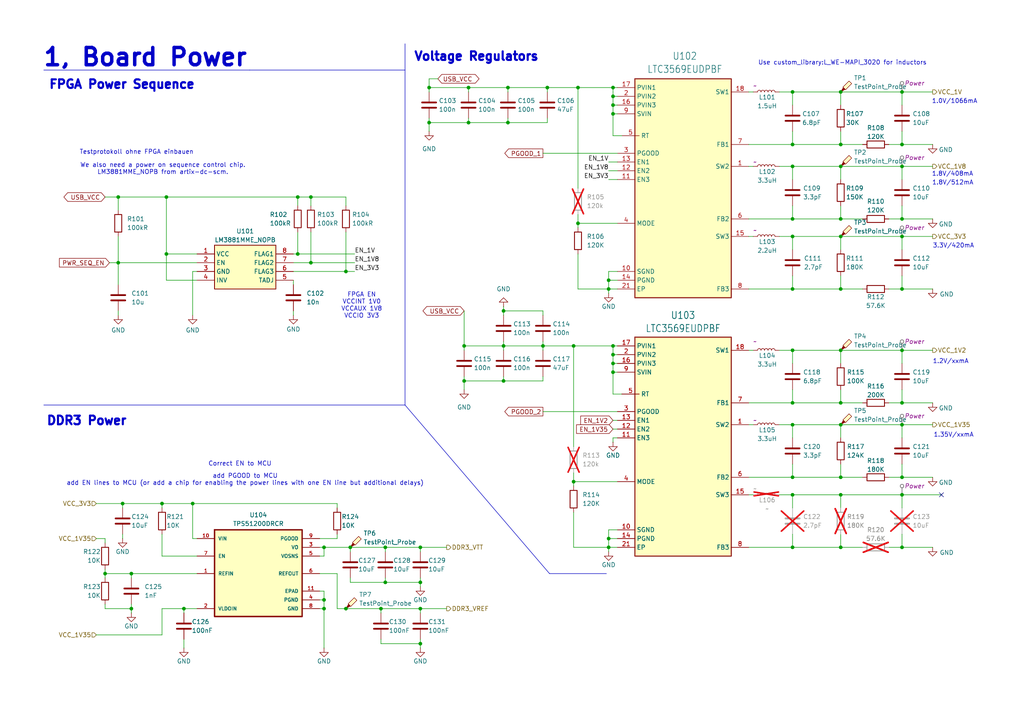
<source format=kicad_sch>
(kicad_sch (version 20250114) (generator "eeschema") (generator_version "9.0")
  (paper "A4")
  (text "We also need a power on sequence control chip.\nLM3881MME_NOPB from artix-dc-scm." (at 47.244 49.022 0) (effects (font (size 1.27 1.27))))
  (text "add PGOOD to MCU\nadd EN lines to MCU (or add a chip for enabling the power lines with one EN line but additional delays)" (at 71.12 139.192 0) (effects (font (size 1.27 1.27))))
  (text "1.35V/xxmA" (at 270.764 126.238 0) (effects (font (size 1.27 1.27)) (justify left)))
  (text "DDR3 Power" (at 25.146 122.174 0) (effects (font (size 2.5 2.5) (thickness 0.6) (bold yes))))
  (text "1.2V/xxmA" (at 270.51 104.902 0) (effects (font (size 1.27 1.27)) (justify left)))
  (text "FPGA EN\nVCCINT 1V0\nVCCAUX 1V8\nVCCIO 3V3" (at 104.902 88.646 0) (effects (font (size 1.27 1.27))))
  (text "1.8V/512mA" (at 276.352 53.086 0) (effects (font (size 1.27 1.27))))
  (text "Voltage Regulators" (at 138.176 16.51 0) (effects (font (size 2.5 2.5) (thickness 0.6) (bold yes))))
  (text "Testprotokoll ohne FPGA einbauen\n" (at 39.624 44.196 0) (effects (font (size 1.27 1.27))))
  (text "Correct EN to MCU" (at 69.596 134.62 0) (effects (font (size 1.27 1.27))))
  (text "Use custom_library:L_WE-MAPI_3020 for inductors" (at 244.348 18.288 0) (effects (font (size 1.27 1.27))))
  (text "FPGA Power Sequence " (at 36.322 24.638 0) (effects (font (size 2.5 2.5) (thickness 0.6) (bold yes))))
  (text "1, Board Power" (at 42.164 16.764 0) (effects (font (size 5 5) (thickness 1) (bold yes))))
  (text "1.8V/408mA" (at 270.256 50.546 0) (effects (font (size 1.27 1.27)) (justify left)))
  (text "1.0V/1066mA" (at 270.256 29.464 0) (effects (font (size 1.27 1.27)) (justify left)))
  (text "3.3V/420mA" (at 270.51 71.374 0) (effects (font (size 1.27 1.27)) (justify left)))
  (junction (at 147.32 35.56))
  (junction (at 229.87 83.82))
  (junction (at 261.62 116.84))
  (junction (at 177.8 33.02))
  (junction (at 229.87 143.51))
  (junction (at 229.87 26.67))
  (junction (at 243.84 158.75))
  (junction (at 35.56 146.05))
  (junction (at 135.89 25.4))
  (junction (at 167.64 64.77))
  (junction (at 261.62 63.5))
  (junction (at 229.87 116.84))
  (junction (at 261.62 26.67))
  (junction (at 229.87 138.43))
  (junction (at 111.76 158.75))
  (junction (at 229.87 158.75))
  (junction (at 53.34 176.53))
  (junction (at 229.87 41.91))
  (junction (at 177.8 30.48))
  (junction (at 124.46 25.4))
  (junction (at 30.48 166.37))
  (junction (at 176.53 81.28))
  (junction (at 243.84 83.82))
  (junction (at 243.84 138.43))
  (junction (at 176.53 83.82))
  (junction (at 261.62 101.6))
  (junction (at 243.84 116.84))
  (junction (at 261.62 83.82))
  (junction (at 261.62 138.43))
  (junction (at 121.92 176.53))
  (junction (at 100.33 78.74))
  (junction (at 46.99 146.05))
  (junction (at 86.36 57.15))
  (junction (at 110.49 176.53))
  (junction (at 101.6 158.75))
  (junction (at 243.84 41.91))
  (junction (at 90.17 76.2))
  (junction (at 261.62 123.19))
  (junction (at 34.29 76.2))
  (junction (at 124.46 35.56))
  (junction (at 176.53 158.75))
  (junction (at 134.62 110.49))
  (junction (at 177.8 25.4))
  (junction (at 261.62 68.58))
  (junction (at 55.88 146.05))
  (junction (at 229.87 68.58))
  (junction (at 229.87 48.26))
  (junction (at 93.98 158.75))
  (junction (at 100.33 176.53))
  (junction (at 147.32 25.4))
  (junction (at 93.98 173.99))
  (junction (at 243.84 68.58))
  (junction (at 146.05 90.17))
  (junction (at 146.05 100.33))
  (junction (at 176.53 156.21))
  (junction (at 167.64 25.4))
  (junction (at 261.62 143.51))
  (junction (at 48.26 57.15))
  (junction (at 177.8 102.87))
  (junction (at 177.8 105.41))
  (junction (at 261.62 41.91))
  (junction (at 48.26 73.66))
  (junction (at 177.8 100.33))
  (junction (at 38.1 166.37))
  (junction (at 243.84 143.51))
  (junction (at 121.92 158.75))
  (junction (at 121.92 168.91))
  (junction (at 157.48 100.33))
  (junction (at 177.8 27.94))
  (junction (at 177.8 107.95))
  (junction (at 121.92 186.69))
  (junction (at 93.98 176.53))
  (junction (at 146.05 110.49))
  (junction (at 111.76 168.91))
  (junction (at 243.84 63.5))
  (junction (at 166.37 139.7))
  (junction (at 158.75 25.4))
  (junction (at 135.89 35.56))
  (junction (at 86.36 73.66))
  (junction (at 38.1 176.53))
  (junction (at 243.84 48.26))
  (junction (at 261.62 158.75))
  (junction (at 243.84 101.6))
  (junction (at 166.37 100.33))
  (junction (at 90.17 57.15))
  (junction (at 261.62 48.26))
  (junction (at 229.87 63.5))
  (junction (at 243.84 123.19))
  (junction (at 229.87 101.6))
  (junction (at 134.62 100.33))
  (junction (at 243.84 26.67))
  (junction (at 229.87 123.19))
  (junction (at 34.29 57.15))
  (no_connect (at 273.05 143.51))
  (polyline (pts (xy 117.475 12.7) (xy 117.475 117.475)))
  (wire (pts (xy 217.17 26.67) (xy 218.44 26.67)))
  (wire (pts (xy 243.84 134.62) (xy 243.84 138.43)))
  (wire (pts (xy 85.09 73.66) (xy 86.36 73.66)))
  (wire (pts (xy 257.81 83.82) (xy 261.62 83.82)))
  (wire (pts (xy 147.32 35.56) (xy 158.75 35.56)))
  (wire (pts (xy 111.76 167.64) (xy 111.76 168.91)))
  (wire (pts (xy 100.33 176.53) (xy 110.49 176.53)))
  (wire (pts (xy 261.62 83.82) (xy 270.51 83.82)))
  (wire (pts (xy 48.26 73.66) (xy 57.15 73.66)))
  (wire (pts (xy 229.87 26.67) (xy 243.84 26.67)))
  (wire (pts (xy 101.6 167.64) (xy 101.6 168.91)))
  (wire (pts (xy 229.87 154.94) (xy 229.87 158.75)))
  (wire (pts (xy 243.84 143.51) (xy 261.62 143.51)))
  (wire (pts (xy 179.07 33.02) (xy 177.8 33.02)))
  (wire (pts (xy 157.48 91.44) (xy 157.48 90.17)))
  (wire (pts (xy 177.8 33.02) (xy 177.8 39.37)))
  (wire (pts (xy 257.81 116.84) (xy 261.62 116.84)))
  (wire (pts (xy 31.75 76.2) (xy 34.29 76.2)))
  (wire (pts (xy 243.84 68.58) (xy 261.62 68.58)))
  (wire (pts (xy 261.62 63.5) (xy 270.51 63.5)))
  (wire (pts (xy 101.6 168.91) (xy 111.76 168.91)))
  (wire (pts (xy 30.48 166.37) (xy 30.48 167.64)))
  (wire (pts (xy 229.87 134.62) (xy 229.87 138.43)))
  (wire (pts (xy 27.94 146.05) (xy 35.56 146.05)))
  (wire (pts (xy 166.37 139.7) (xy 166.37 140.97)))
  (wire (pts (xy 46.99 154.94) (xy 46.99 161.29)))
  (wire (pts (xy 226.06 48.26) (xy 229.87 48.26)))
  (wire (pts (xy 167.64 73.66) (xy 167.64 83.82)))
  (wire (pts (xy 55.88 146.05) (xy 55.88 156.21)))
  (wire (pts (xy 121.92 168.91) (xy 121.92 170.18)))
  (wire (pts (xy 100.33 59.69) (xy 100.33 57.15)))
  (wire (pts (xy 176.53 83.82) (xy 179.07 83.82)))
  (wire (pts (xy 226.06 143.51) (xy 229.87 143.51)))
  (wire (pts (xy 261.62 138.43) (xy 270.51 138.43)))
  (wire (pts (xy 146.05 100.33) (xy 146.05 101.6)))
  (wire (pts (xy 92.71 173.99) (xy 93.98 173.99)))
  (wire (pts (xy 217.17 143.51) (xy 218.44 143.51)))
  (wire (pts (xy 124.46 34.29) (xy 124.46 35.56)))
  (wire (pts (xy 46.99 146.05) (xy 55.88 146.05)))
  (wire (pts (xy 158.75 25.4) (xy 158.75 26.67)))
  (wire (pts (xy 101.6 158.75) (xy 111.76 158.75)))
  (wire (pts (xy 121.92 167.64) (xy 121.92 168.91)))
  (wire (pts (xy 261.62 143.51) (xy 273.05 143.51)))
  (wire (pts (xy 157.48 100.33) (xy 166.37 100.33)))
  (wire (pts (xy 177.8 127) (xy 179.07 127)))
  (wire (pts (xy 176.53 156.21) (xy 179.07 156.21)))
  (wire (pts (xy 217.17 68.58) (xy 218.44 68.58)))
  (wire (pts (xy 217.17 101.6) (xy 218.44 101.6)))
  (wire (pts (xy 217.17 63.5) (xy 229.87 63.5)))
  (wire (pts (xy 243.84 30.48) (xy 243.84 26.67)))
  (wire (pts (xy 261.62 68.58) (xy 270.51 68.58)))
  (wire (pts (xy 135.89 35.56) (xy 124.46 35.56)))
  (wire (pts (xy 176.53 153.67) (xy 176.53 156.21)))
  (wire (pts (xy 167.64 64.77) (xy 179.07 64.77)))
  (wire (pts (xy 176.53 52.07) (xy 179.07 52.07)))
  (wire (pts (xy 90.17 67.31) (xy 90.17 76.2)))
  (wire (pts (xy 229.87 72.39) (xy 229.87 68.58)))
  (wire (pts (xy 101.6 158.75) (xy 101.6 160.02)))
  (wire (pts (xy 243.84 59.69) (xy 243.84 63.5)))
  (wire (pts (xy 53.34 176.53) (xy 57.15 176.53)))
  (wire (pts (xy 97.79 166.37) (xy 97.79 176.53)))
  (wire (pts (xy 30.48 175.26) (xy 30.48 176.53)))
  (wire (pts (xy 147.32 34.29) (xy 147.32 35.56)))
  (wire (pts (xy 124.46 25.4) (xy 124.46 26.67)))
  (wire (pts (xy 243.84 72.39) (xy 243.84 68.58)))
  (wire (pts (xy 229.87 59.69) (xy 229.87 63.5)))
  (wire (pts (xy 257.81 63.5) (xy 261.62 63.5)))
  (wire (pts (xy 53.34 185.42) (xy 53.34 187.96)))
  (wire (pts (xy 261.62 143.51) (xy 261.62 147.32)))
  (wire (pts (xy 177.8 33.02) (xy 177.8 30.48)))
  (wire (pts (xy 147.32 25.4) (xy 158.75 25.4)))
  (wire (pts (xy 57.15 78.74) (xy 55.88 78.74)))
  (wire (pts (xy 229.87 41.91) (xy 217.17 41.91)))
  (wire (pts (xy 166.37 100.33) (xy 166.37 129.54)))
  (wire (pts (xy 229.87 116.84) (xy 217.17 116.84)))
  (wire (pts (xy 166.37 158.75) (xy 176.53 158.75)))
  (wire (pts (xy 30.48 57.15) (xy 34.29 57.15)))
  (wire (pts (xy 179.07 78.74) (xy 176.53 78.74)))
  (wire (pts (xy 229.87 116.84) (xy 243.84 116.84)))
  (wire (pts (xy 176.53 81.28) (xy 179.07 81.28)))
  (wire (pts (xy 158.75 25.4) (xy 167.64 25.4)))
  (wire (pts (xy 243.84 127) (xy 243.84 123.19)))
  (wire (pts (xy 261.62 138.43) (xy 261.62 134.62)))
  (wire (pts (xy 176.53 158.75) (xy 176.53 160.02)))
  (wire (pts (xy 135.89 25.4) (xy 135.89 26.67)))
  (wire (pts (xy 226.06 68.58) (xy 229.87 68.58)))
  (wire (pts (xy 217.17 83.82) (xy 229.87 83.82)))
  (wire (pts (xy 177.8 102.87) (xy 179.07 102.87)))
  (wire (pts (xy 261.62 41.91) (xy 270.51 41.91)))
  (wire (pts (xy 226.06 123.19) (xy 229.87 123.19)))
  (wire (pts (xy 229.87 143.51) (xy 243.84 143.51)))
  (wire (pts (xy 243.84 101.6) (xy 261.62 101.6)))
  (wire (pts (xy 177.8 27.94) (xy 179.07 27.94)))
  (wire (pts (xy 30.48 157.48) (xy 30.48 156.21)))
  (wire (pts (xy 147.32 25.4) (xy 147.32 26.67)))
  (wire (pts (xy 217.17 158.75) (xy 229.87 158.75)))
  (wire (pts (xy 167.64 25.4) (xy 167.64 54.61)))
  (wire (pts (xy 157.48 119.38) (xy 179.07 119.38)))
  (wire (pts (xy 257.81 158.75) (xy 261.62 158.75)))
  (wire (pts (xy 38.1 175.26) (xy 38.1 176.53)))
  (wire (pts (xy 261.62 101.6) (xy 270.51 101.6)))
  (wire (pts (xy 124.46 35.56) (xy 124.46 38.1)))
  (wire (pts (xy 38.1 166.37) (xy 38.1 167.64)))
  (wire (pts (xy 243.84 116.84) (xy 250.19 116.84)))
  (wire (pts (xy 229.87 101.6) (xy 243.84 101.6)))
  (wire (pts (xy 243.84 48.26) (xy 261.62 48.26)))
  (wire (pts (xy 229.87 158.75) (xy 243.84 158.75)))
  (wire (pts (xy 86.36 73.66) (xy 102.87 73.66)))
  (wire (pts (xy 100.33 78.74) (xy 102.87 78.74)))
  (wire (pts (xy 55.88 156.21) (xy 57.15 156.21)))
  (wire (pts (xy 166.37 137.16) (xy 166.37 139.7)))
  (wire (pts (xy 229.87 63.5) (xy 243.84 63.5)))
  (wire (pts (xy 110.49 176.53) (xy 121.92 176.53)))
  (wire (pts (xy 97.79 156.21) (xy 92.71 156.21)))
  (wire (pts (xy 135.89 34.29) (xy 135.89 35.56)))
  (wire (pts (xy 217.17 123.19) (xy 218.44 123.19)))
  (wire (pts (xy 229.87 80.01) (xy 229.87 83.82)))
  (wire (pts (xy 243.84 38.1) (xy 243.84 41.91)))
  (wire (pts (xy 243.84 80.01) (xy 243.84 83.82)))
  (wire (pts (xy 177.8 100.33) (xy 179.07 100.33)))
  (wire (pts (xy 257.81 41.91) (xy 261.62 41.91)))
  (wire (pts (xy 261.62 26.67) (xy 270.51 26.67)))
  (wire (pts (xy 176.53 49.53) (xy 179.07 49.53)))
  (wire (pts (xy 261.62 68.58) (xy 261.62 72.39)))
  (wire (pts (xy 85.09 81.28) (xy 85.09 82.55)))
  (polyline (pts (xy 12.7 117.475) (xy 117.475 117.475)))
  (wire (pts (xy 93.98 158.75) (xy 101.6 158.75)))
  (wire (pts (xy 135.89 35.56) (xy 147.32 35.56)))
  (wire (pts (xy 121.92 176.53) (xy 121.92 177.8)))
  (wire (pts (xy 85.09 90.17) (xy 85.09 91.44)))
  (wire (pts (xy 30.48 165.1) (xy 30.48 166.37)))
  (wire (pts (xy 229.87 123.19) (xy 243.84 123.19)))
  (wire (pts (xy 93.98 176.53) (xy 93.98 187.96)))
  (wire (pts (xy 261.62 101.6) (xy 261.62 105.41)))
  (wire (pts (xy 146.05 110.49) (xy 134.62 110.49)))
  (wire (pts (xy 243.84 147.32) (xy 243.84 143.51)))
  (wire (pts (xy 167.64 25.4) (xy 177.8 25.4)))
  (wire (pts (xy 34.29 57.15) (xy 48.26 57.15)))
  (wire (pts (xy 46.99 146.05) (xy 46.99 147.32)))
  (wire (pts (xy 243.84 83.82) (xy 250.19 83.82)))
  (wire (pts (xy 166.37 148.59) (xy 166.37 158.75)))
  (wire (pts (xy 121.92 160.02) (xy 121.92 158.75)))
  (wire (pts (xy 134.62 100.33) (xy 134.62 101.6)))
  (wire (pts (xy 243.84 63.5) (xy 250.19 63.5)))
  (wire (pts (xy 176.53 46.99) (xy 179.07 46.99)))
  (wire (pts (xy 177.8 27.94) (xy 177.8 30.48)))
  (wire (pts (xy 176.53 81.28) (xy 176.53 83.82)))
  (wire (pts (xy 229.87 105.41) (xy 229.87 101.6)))
  (wire (pts (xy 177.8 25.4) (xy 179.07 25.4)))
  (wire (pts (xy 86.36 57.15) (xy 90.17 57.15)))
  (wire (pts (xy 146.05 88.9) (xy 146.05 90.17)))
  (wire (pts (xy 243.84 138.43) (xy 250.19 138.43)))
  (wire (pts (xy 177.8 107.95) (xy 177.8 114.3)))
  (wire (pts (xy 121.92 176.53) (xy 129.54 176.53)))
  (wire (pts (xy 146.05 100.33) (xy 157.48 100.33)))
  (wire (pts (xy 217.17 48.26) (xy 218.44 48.26)))
  (wire (pts (xy 38.1 166.37) (xy 57.15 166.37)))
  (wire (pts (xy 229.87 138.43) (xy 243.84 138.43)))
  (wire (pts (xy 111.76 168.91) (xy 121.92 168.91)))
  (polyline (pts (xy 159.385 166.37) (xy 175.895 166.37)))
  (wire (pts (xy 111.76 158.75) (xy 121.92 158.75)))
  (wire (pts (xy 92.71 158.75) (xy 93.98 158.75)))
  (wire (pts (xy 134.62 90.17) (xy 134.62 100.33)))
  (wire (pts (xy 179.07 107.95) (xy 177.8 107.95)))
  (wire (pts (xy 121.92 186.69) (xy 121.92 187.96)))
  (wire (pts (xy 93.98 171.45) (xy 93.98 173.99)))
  (wire (pts (xy 35.56 146.05) (xy 35.56 147.32)))
  (wire (pts (xy 261.62 26.67) (xy 261.62 30.48)))
  (wire (pts (xy 121.92 158.75) (xy 129.54 158.75)))
  (wire (pts (xy 217.17 138.43) (xy 229.87 138.43)))
  (wire (pts (xy 177.8 127) (xy 177.8 128.27)))
  (wire (pts (xy 243.84 41.91) (xy 250.19 41.91)))
  (wire (pts (xy 110.49 185.42) (xy 110.49 186.69)))
  (wire (pts (xy 261.62 63.5) (xy 261.62 59.69)))
  (wire (pts (xy 124.46 25.4) (xy 135.89 25.4)))
  (wire (pts (xy 261.62 83.82) (xy 261.62 80.01)))
  (wire (pts (xy 261.62 48.26) (xy 270.51 48.26)))
  (wire (pts (xy 243.84 105.41) (xy 243.84 101.6)))
  (wire (pts (xy 157.48 100.33) (xy 157.48 101.6)))
  (wire (pts (xy 229.87 68.58) (xy 243.84 68.58)))
  (wire (pts (xy 157.48 109.22) (xy 157.48 110.49)))
  (wire (pts (xy 261.62 48.26) (xy 261.62 52.07)))
  (wire (pts (xy 110.49 176.53) (xy 110.49 177.8)))
  (wire (pts (xy 121.92 186.69) (xy 121.92 185.42)))
  (wire (pts (xy 90.17 57.15) (xy 90.17 59.69)))
  (wire (pts (xy 229.87 127) (xy 229.87 123.19)))
  (wire (pts (xy 261.62 158.75) (xy 261.62 154.94)))
  (wire (pts (xy 176.53 158.75) (xy 179.07 158.75)))
  (wire (pts (xy 30.48 176.53) (xy 38.1 176.53)))
  (wire (pts (xy 48.26 73.66) (xy 48.26 81.28)))
  (wire (pts (xy 229.87 48.26) (xy 243.84 48.26)))
  (wire (pts (xy 166.37 100.33) (xy 177.8 100.33)))
  (wire (pts (xy 261.62 123.19) (xy 270.51 123.19)))
  (wire (pts (xy 35.56 146.05) (xy 46.99 146.05)))
  (wire (pts (xy 229.87 52.07) (xy 229.87 48.26)))
  (wire (pts (xy 111.76 160.02) (xy 111.76 158.75)))
  (wire (pts (xy 27.94 184.15) (xy 46.99 184.15)))
  (wire (pts (xy 90.17 76.2) (xy 102.87 76.2)))
  (wire (pts (xy 46.99 176.53) (xy 53.34 176.53)))
  (wire (pts (xy 243.84 26.67) (xy 261.62 26.67)))
  (wire (pts (xy 34.29 76.2) (xy 57.15 76.2)))
  (wire (pts (xy 229.87 30.48) (xy 229.87 26.67)))
  (wire (pts (xy 177.8 102.87) (xy 177.8 105.41)))
  (wire (pts (xy 229.87 41.91) (xy 243.84 41.91)))
  (wire (pts (xy 243.84 154.94) (xy 243.84 158.75)))
  (wire (pts (xy 90.17 57.15) (xy 100.33 57.15)))
  (wire (pts (xy 158.75 34.29) (xy 158.75 35.56)))
  (wire (pts (xy 27.94 156.21) (xy 30.48 156.21)))
  (wire (pts (xy 243.84 158.75) (xy 250.19 158.75)))
  (wire (pts (xy 229.87 83.82) (xy 243.84 83.82)))
  (wire (pts (xy 48.26 57.15) (xy 86.36 57.15)))
  (wire (pts (xy 146.05 91.44) (xy 146.05 90.17)))
  (wire (pts (xy 261.62 41.91) (xy 261.62 38.1)))
  (wire (pts (xy 179.07 153.67) (xy 176.53 153.67)))
  (wire (pts (xy 46.99 161.29) (xy 57.15 161.29)))
  (wire (pts (xy 97.79 146.05) (xy 97.79 147.32)))
  (wire (pts (xy 177.8 121.92) (xy 179.07 121.92)))
  (wire (pts (xy 157.48 44.45) (xy 179.07 44.45)))
  (wire (pts (xy 166.37 139.7) (xy 179.07 139.7)))
  (wire (pts (xy 243.84 123.19) (xy 261.62 123.19)))
  (wire (pts (xy 261.62 123.19) (xy 261.62 127)))
  (wire (pts (xy 134.62 100.33) (xy 146.05 100.33)))
  (wire (pts (xy 261.62 116.84) (xy 261.62 113.03)))
  (wire (pts (xy 167.64 83.82) (xy 176.53 83.82)))
  (wire (pts (xy 93.98 161.29) (xy 93.98 158.75)))
  (wire (pts (xy 30.48 166.37) (xy 38.1 166.37)))
  (wire (pts (xy 243.84 52.07) (xy 243.84 48.26)))
  (wire (pts (xy 100.33 67.31) (xy 100.33 78.74)))
  (wire (pts (xy 48.26 57.15) (xy 48.26 73.66)))
  (wire (pts (xy 180.34 39.37) (xy 177.8 39.37)))
  (wire (pts (xy 92.71 166.37) (xy 97.79 166.37)))
  (wire (pts (xy 146.05 90.17) (xy 157.48 90.17)))
  (wire (pts (xy 179.07 30.48) (xy 177.8 30.48)))
  (wire (pts (xy 226.06 26.67) (xy 229.87 26.67)))
  (wire (pts (xy 177.8 100.33) (xy 177.8 102.87)))
  (wire (pts (xy 177.8 107.95) (xy 177.8 105.41)))
  (wire (pts (xy 134.62 109.22) (xy 134.62 110.49)))
  (wire (pts (xy 167.64 62.23) (xy 167.64 64.77)))
  (wire (pts (xy 53.34 176.53) (xy 53.34 177.8)))
  (wire (pts (xy 261.62 158.75) (xy 270.51 158.75)))
  (wire (pts (xy 57.15 81.28) (xy 48.26 81.28)))
  (wire (pts (xy 34.29 76.2) (xy 34.29 82.55)))
  (wire (pts (xy 146.05 110.49) (xy 157.48 110.49)))
  (wire (pts (xy 127 22.86) (xy 124.46 22.86)))
  (wire (pts (xy 110.49 186.69) (xy 121.92 186.69)))
  (wire (pts (xy 177.8 124.46) (xy 179.07 124.46)))
  (wire (pts (xy 34.29 90.17) (xy 34.29 91.44)))
  (wire (pts (xy 85.09 78.74) (xy 100.33 78.74)))
  (polyline (pts (xy 117.475 20.32) (xy 72.39 20.32)))
  (wire (pts (xy 180.34 114.3) (xy 177.8 114.3)))
  (wire (pts (xy 177.8 25.4) (xy 177.8 27.94)))
  (wire (pts (xy 92.71 176.53) (xy 93.98 176.53)))
  (wire (pts (xy 38.1 177.8) (xy 38.1 176.53)))
  (wire (pts (xy 55.88 78.74) (xy 55.88 91.44)))
  (wire (pts (xy 229.87 38.1) (xy 229.87 41.91)))
  (wire (pts (xy 46.99 184.15) (xy 46.99 176.53)))
  (wire (pts (xy 176.53 83.82) (xy 176.53 85.09)))
  (wire (pts (xy 257.81 138.43) (xy 261.62 138.43)))
  (wire (pts (xy 261.62 116.84) (xy 270.51 116.84)))
  (wire (pts (xy 55.88 146.05) (xy 97.79 146.05)))
  (wire (pts (xy 229.87 147.32) (xy 229.87 143.51)))
  (wire (pts (xy 157.48 99.06) (xy 157.48 100.33)))
  (polyline (pts (xy 12.7 20.32) (xy 72.39 20.32)))
  (wire (pts (xy 86.36 67.31) (xy 86.36 73.66)))
  (wire (pts (xy 86.36 57.15) (xy 86.36 59.69)))
  (wire (pts (xy 243.84 113.03) (xy 243.84 116.84)))
  (polyline (pts (xy 117.475 117.475) (xy 159.385 166.37)))
  (wire (pts (xy 34.29 57.15) (xy 34.29 60.96)))
  (wire (pts (xy 135.89 25.4) (xy 147.32 25.4)))
  (wire (pts (xy 146.05 109.22) (xy 146.05 110.49)))
  (wire (pts (xy 92.71 171.45) (xy 93.98 171.45)))
  (wire (pts (xy 92.71 161.29) (xy 93.98 161.29)))
  (wire (pts (xy 34.29 68.58) (xy 34.29 76.2)))
  (wire (pts (xy 124.46 22.86) (xy 124.46 25.4)))
  (wire (pts (xy 176.53 78.74) (xy 176.53 81.28)))
  (wire (pts (xy 176.53 156.21) (xy 176.53 158.75)))
  (wire (pts (xy 134.62 110.49) (xy 134.62 113.03)))
  (wire (pts (xy 97.79 176.53) (xy 100.33 176.53)))
  (wire (pts (xy 229.87 113.03) (xy 229.87 116.84)))
  (wire (pts (xy 167.64 64.77) (xy 167.64 66.04)))
  (wire (pts (xy 146.05 99.06) (xy 146.05 100.33)))
  (wire (pts (xy 35.56 154.94) (xy 35.56 156.21)))
  (wire (pts (xy 226.06 101.6) (xy 229.87 101.6)))
  (wire (pts (xy 93.98 173.99) (xy 93.98 176.53)))
  (wire (pts (xy 85.09 76.2) (xy 90.17 76.2)))
  (wire (pts (xy 97.79 154.94) (xy 97.79 156.21)))
  (wire (pts (xy 179.07 105.41) (xy 177.8 105.41)))
  (label "EN_1V" (at 176.53 46.99 180))
  (label "EN_1V8" (at 102.87 76.2 0))
  (label "EN_3V3" (at 102.87 78.74 0))
  (label "EN_3V3" (at 176.53 52.07 180))
  (label "EN_1V8" (at 176.53 49.53 180))
  (label "EN_1V" (at 102.87 73.66 0))
  (global_label "PGOOD_1" (shape output) (at 157.48 44.45 180) (property "Intersheetrefs" "${INTERSHEET_REFS}" (effects (hide yes))))
  (global_label "PGOOD_2" (shape output) (at 157.48 119.38 180) (property "Intersheetrefs" "${INTERSHEET_REFS}" (effects (hide yes))))
  (global_label "EN_1V35" (shape input) (at 177.8 124.46 180) (property "Intersheetrefs" "${INTERSHEET_REFS}" (effects (hide yes))))
  (global_label "PWR_SEQ_EN" (shape input) (at 31.75 76.2 180) (property "Intersheetrefs" "${INTERSHEET_REFS}" (effects (hide yes))))
  (global_label "EN_1V2" (shape input) (at 177.8 121.92 180) (property "Intersheetrefs" "${INTERSHEET_REFS}" (effects (hide yes))))
  (global_label "USB_VCC" (shape bidirectional) (at 127 22.86 0) (property "Intersheetrefs" "${INTERSHEET_REFS}" (effects (hide yes))))
  (global_label "USB_VCC" (shape bidirectional) (at 134.62 90.17 180) (property "Intersheetrefs" "${INTERSHEET_REFS}" (effects (hide yes))))
  (global_label "USB_VCC" (shape bidirectional) (at 30.48 57.15 180) (property "Intersheetrefs" "${INTERSHEET_REFS}" (effects (hide yes))))
  (hierarchical_label "DDR3_VREF" (shape output) (at 129.54 176.53 0))
  (hierarchical_label "VCC_3V3" (shape output) (at 270.51 68.58 0))
  (hierarchical_label "VCC_1V35" (shape input) (at 27.94 156.21 180))
  (hierarchical_label "VCC_1V35" (shape output) (at 270.51 123.19 0))
  (hierarchical_label "VCC_1V" (shape output) (at 270.51 26.67 0))
  (hierarchical_label "VCC_1V2" (shape output) (at 270.51 101.6 0))
  (hierarchical_label "VCC_3V3" (shape input) (at 27.94 146.05 180))
  (hierarchical_label "DDR3_VTT" (shape output) (at 129.54 158.75 0))
  (hierarchical_label "VCC_1V35" (shape input) (at 27.94 184.15 180))
  (hierarchical_label "VCC_1V8" (shape output) (at 270.51 48.26 0))
  (netclass_flag "" (length 2.54) (shape round) (at 261.62 143.51 0) (property "Netclass" "Power" (at 262.3185 140.97 0) (effects (font (italic yes)) (justify left))))
  (netclass_flag "" (length 2.54) (shape round) (at 261.62 123.19 0) (property "Netclass" "Power" (at 262.3185 120.65 0) (effects (font (italic yes)) (justify left))))
  (netclass_flag "" (length 2.54) (shape round) (at 261.62 48.26 0) (property "Netclass" "Power" (at 262.3185 45.72 0) (effects (font (italic yes)) (justify left))))
  (netclass_flag "" (length 2.54) (shape round) (at 261.62 68.58 0) (property "Netclass" "Power" (at 262.3185 66.04 0) (effects (font (italic yes)) (justify left))))
  (netclass_flag "" (length 2.54) (shape round) (at 261.62 26.67 0) (property "Netclass" "Power" (at 262.3185 24.13 0) (effects (font (italic yes)) (justify left))))
  (netclass_flag "" (length 2.54) (shape round) (at 261.62 101.6 0) (property "Netclass" "Power" (at 262.3185 99.06 0) (effects (font (italic yes)) (justify left))))
  (symbol (lib_id "passive:R0402") (at 243.84 130.81 0) (unit 1)
    (property "Reference" "R117" (at 245.618 129.54 0) (effects (justify left)))
    (property "Value" "124K" (at 245.618 132.08 0) (effects (justify left)))
    (property "Footprint" "Resistor_SMD:R_0402_1005Metric" (effects (hide yes)))
    (property "Description" "Resistor" (effects (hide yes)))
  )
  (symbol (lib_id "passive:C0402") (at 124.46 30.48 0) (unit 1)
    (property "Reference" "C103" (at 127.254 29.2101 0) (effects (justify left)))
    (property "Value" "100n" (at 127.254 31.7501 0) (effects (justify left)))
    (property "Footprint" "Capacitor_SMD:C_0402_1005Metric" (effects (hide yes)))
    (property "Description" "Unpolarized capacitor" (effects (hide yes)))
  )
  (symbol (lib_id "passive:C0603") (at 121.92 163.83 0) (unit 1)
    (property "Reference" "C129" (at 124.206 162.56 0) (effects (justify left)))
    (property "Value" "10uF" (at 124.206 165.1 0) (effects (justify left)))
    (property "Footprint" "Capacitor_SMD:C_1206_3216Metric_Pad1.33x1.80mm_HandSolder" (effects (hide yes)))
    (property "Description" "Unpolarized capacitor" (effects (hide yes)))
  )
  (symbol (lib_id "passive:R0402") (at 34.29 64.77 0) (unit 1)
    (property "Reference" "R101" (at 36.83 63.4999 0) (effects (justify left)))
    (property "Value" "100kR" (at 36.83 66.0399 0) (effects (justify left)))
    (property "Footprint" "Resistor_SMD:R_0402_1005Metric" (effects (hide yes)))
    (property "Description" "Resistor" (effects (hide yes)))
  )
  (symbol (lib_id "passive:R0402") (at 90.17 63.5 0) (unit 1)
    (property "Reference" "R103" (at 91.948 62.23 0) (effects (justify left)))
    (property "Value" "100kR" (at 91.948 64.77 0) (effects (justify left)))
    (property "Footprint" "Resistor_SMD:R_0402_1005Metric" (effects (hide yes)))
    (property "Description" "Resistor" (effects (hide yes)))
  )
  (symbol (lib_id "passive:C0402") (at 146.05 105.41 0) (unit 1)
    (property "Reference" "C116" (at 148.844 104.14 0) (effects (justify left)))
    (property "Value" "100n" (at 148.844 106.68 0) (effects (justify left)))
    (property "Footprint" "Capacitor_SMD:C_0402_1005Metric" (effects (hide yes)))
    (property "Description" "Unpolarized capacitor" (effects (hide yes)))
  )
  (symbol (lib_id "passive:C0603") (at 261.62 34.29 0) (unit 1)
    (property "Reference" "C108" (at 264.668 33.02 0) (effects (justify left)))
    (property "Value" "10uF" (at 264.668 35.56 0) (effects (justify left)))
    (property "Footprint" "Capacitor_SMD:C_1206_3216Metric_Pad1.33x1.80mm_HandSolder" (effects (hide yes)))
    (property "Description" "Unpolarized capacitor" (effects (hide yes)))
  )
  (symbol (lib_id "passive:C0402") (at 135.89 30.48 0) (unit 1)
    (property "Reference" "C104" (at 138.684 29.21 0) (effects (justify left)))
    (property "Value" "100n" (at 138.684 31.75 0) (effects (justify left)))
    (property "Footprint" "Capacitor_SMD:C_0402_1005Metric" (effects (hide yes)))
    (property "Description" "Unpolarized capacitor" (effects (hide yes)))
  )
  (symbol (lib_id "passive:R0402") (at 243.84 76.2 0) (unit 1)
    (property "Reference" "R111" (at 245.364 74.93 0) (effects (justify left)))
    (property "Value" "180K" (at 245.364 77.47 0) (effects (justify left)))
    (property "Footprint" "Resistor_SMD:R_0402_1005Metric" (effects (hide yes)))
    (property "Description" "Resistor" (effects (hide yes)))
  )
  (symbol (lib_id "passive:R0402") (at 30.48 171.45 0) (mirror y) (unit 1)
    (property "Reference" "R123" (at 29.21 170.18 0) (effects (justify left)))
    (property "Value" "10K" (at 29.21 172.72 0) (effects (justify left)))
    (property "Footprint" "Resistor_SMD:R_0402_1005Metric" (effects (hide yes)))
    (property "Description" "Resistor" (effects (hide yes)))
  )
  (symbol (lib_id "passive:R0402") (at 167.64 58.42 0) (unit 1) (in_bom no) (dnp yes)
    (property "Reference" "R105" (at 170.18 57.1499 0) (effects (justify left)))
    (property "Value" "120k" (at 170.18 59.6899 0) (effects (justify left)))
    (property "Footprint" "Resistor_SMD:R_0402_1005Metric" (effects (hide yes)))
    (property "Description" "Resistor" (effects (hide yes)))
  )
  (symbol (lib_id "passive:R0402") (at 254 41.91 90) (unit 1)
    (property "Reference" "R108" (at 254 37.084 90))
    (property "Value" "120K" (at 254 39.624 90))
    (property "Footprint" "Resistor_SMD:R_0402_1005Metric" (effects (hide yes)))
    (property "Description" "Resistor" (effects (hide yes)))
  )
  (symbol (lib_id "passive:C0603") (at 261.62 55.88 0) (unit 1)
    (property "Reference" "C110" (at 264.668 54.61 0) (effects (justify left)))
    (property "Value" "10uF" (at 264.668 57.15 0) (effects (justify left)))
    (property "Footprint" "Capacitor_SMD:C_1206_3216Metric_Pad1.33x1.80mm_HandSolder" (effects (hide yes)))
    (property "Description" "Unpolarized capacitor" (effects (hide yes)))
  )
  (symbol (lib_id "passive:R0402") (at 46.99 151.13 0) (unit 1)
    (property "Reference" "R121" (at 48.26 149.86 0) (effects (justify left)))
    (property "Value" "10K" (at 48.26 152.4 0) (effects (justify left)))
    (property "Footprint" "Resistor_SMD:R_0402_1005Metric" (effects (hide yes)))
    (property "Description" "Resistor" (effects (hide yes)))
  )
  (symbol (lib_id "passive:C0603") (at 261.62 130.81 0) (unit 1)
    (property "Reference" "C121" (at 264.668 129.54 0) (effects (justify left)))
    (property "Value" "10uF" (at 264.668 132.08 0) (effects (justify left)))
    (property "Footprint" "Capacitor_SMD:C_1206_3216Metric_Pad1.33x1.80mm_HandSolder" (effects (hide yes)))
    (property "Description" "Unpolarized capacitor" (effects (hide yes)))
  )
  (symbol (lib_id "passive:R0402") (at 243.84 109.22 0) (unit 1)
    (property "Reference" "R115" (at 245.618 107.95 0) (effects (justify left)))
    (property "Value" "100K" (at 245.618 110.49 0) (effects (justify left)))
    (property "Footprint" "Resistor_SMD:R_0402_1005Metric" (effects (hide yes)))
    (property "Description" "Resistor" (effects (hide yes)))
  )
  (symbol (lib_id "passive:C0603") (at 158.75 30.48 180) (unit 1)
    (property "Reference" "C106" (at 161.544 29.21 0) (effects (justify right)))
    (property "Value" "47uF" (at 161.544 31.75 0) (effects (justify right)))
    (property "Footprint" "Capacitor_SMD:C_1206_3216Metric_Pad1.33x1.80mm_HandSolder" (effects (hide yes)))
    (property "Description" "Unpolarized capacitor" (effects (hide yes)))
  )
  (symbol (lib_id "power:GND") (at 270.51 41.91 0) (unit 1)
    (property "Reference" "#PWR039" (effects (hide yes)))
    (property "Value" "GND" (at 274.32 43.434 0))
    (property "Description" "Power symbol creates a global label with name \"GND\" , ground" (effects (hide yes)))
  )
  (symbol (lib_id "passive:L0805") (at 222.25 48.26 270) (unit 1)
    (property "Reference" "L102" (at 222.504 49.784 90))
    (property "Value" "3.3uH" (at 222.504 52.324 90))
    (property "Footprint" "custom_library:L_0806_2016Metric" (effects (hide yes)))
    (property "Description" "Unpolarized capacitor" (effects (hide yes)))
    (property "Mouser ID" "~" (at 218.44 46.99 90) (effects (justify left)))
  )
  (symbol (lib_id "passive:L0805") (at 222.25 68.58 270) (unit 1)
    (property "Reference" "L103" (at 222.504 70.104 90))
    (property "Value" "2.2uH" (at 222.504 72.644 90))
    (property "Footprint" "custom_library:L_0806_2016Metric" (effects (hide yes)))
    (property "Description" "Unpolarized capacitor" (effects (hide yes)))
    (property "Mouser ID" "~" (at 218.44 66.802 90) (effects (justify left)))
  )
  (symbol (lib_id "passive:L0805") (at 222.25 123.19 270) (unit 1)
    (property "Reference" "L105" (at 222.504 124.714 90))
    (property "Value" "3.3uH" (at 222.504 127.254 90))
    (property "Footprint" "custom_library:L_0806_2016Metric" (effects (hide yes)))
    (property "Description" "Unpolarized capacitor" (effects (hide yes)))
    (property "Mouser ID" "~" (at 218.44 121.92 90) (effects (justify left)))
  )
  (symbol (lib_id "passive:R0402") (at 166.37 133.35 0) (unit 1) (in_bom no) (dnp yes)
    (property "Reference" "R113" (at 168.91 132.0799 0) (effects (justify left)))
    (property "Value" "120k" (at 168.91 134.6199 0) (effects (justify left)))
    (property "Footprint" "Resistor_SMD:R_0402_1005Metric" (effects (hide yes)))
    (property "Description" "Resistor" (effects (hide yes)))
  )
  (symbol (lib_id "passive:C0402") (at 229.87 109.22 0) (unit 1)
    (property "Reference" "C118" (at 232.918 107.95 0) (effects (justify left)))
    (property "Value" "6.8pF" (at 232.918 110.49 0) (effects (justify left)))
    (property "Footprint" "Capacitor_SMD:C_0402_1005Metric" (effects (hide yes)))
    (property "Description" "Unpolarized capacitor" (effects (hide yes)))
  )
  (symbol (lib_id "passive:R0402") (at 97.79 151.13 0) (unit 1)
    (property "Reference" "R124" (at 99.06 149.86 0) (effects (justify left)))
    (property "Value" "10K" (at 99.06 152.4 0) (effects (justify left)))
    (property "Footprint" "Resistor_SMD:R_0402_1005Metric" (effects (hide yes)))
    (property "Description" "Resistor" (effects (hide yes)))
  )
  (symbol (lib_id "Connector:TestPoint_Probe") (at 243.84 123.19 0) (unit 1)
    (property "Reference" "TP5" (at 247.65 119.126 0) (effects (justify left)))
    (property "Value" "TestPoint_Probe" (at 247.65 121.666 0) (effects (justify left)))
    (property "Footprint" "TestPoint:TestPoint_Pad_1.0x1.0mm" (effects (hide yes)))
    (property "Description" "test point (alternative probe-style design)" (effects (hide yes)))
  )
  (symbol (lib_id "power:GND") (at 270.51 158.75 0) (unit 1)
    (property "Reference" "#PWR092" (effects (hide yes)))
    (property "Value" "GND" (at 274.574 160.274 0))
    (property "Description" "Power symbol creates a global label with name \"GND\" , ground" (effects (hide yes)))
  )
  (symbol (lib_id "passive:R0402") (at 254 138.43 90) (unit 1)
    (property "Reference" "R118" (at 254 133.604 90))
    (property "Value" "180K" (at 254 136.144 90))
    (property "Footprint" "Resistor_SMD:R_0402_1005Metric" (effects (hide yes)))
    (property "Description" "Resistor" (effects (hide yes)))
  )
  (symbol (lib_id "Connector:TestPoint_Probe") (at 243.84 48.26 0) (unit 1)
    (property "Reference" "TP2" (at 247.65 44.196 0) (effects (justify left)))
    (property "Value" "TestPoint_Probe" (at 247.65 46.736 0) (effects (justify left)))
    (property "Footprint" "TestPoint:TestPoint_Pad_1.0x1.0mm" (effects (hide yes)))
    (property "Description" "test point (alternative probe-style design)" (effects (hide yes)))
  )
  (symbol (lib_id "passive:C0603") (at 111.76 163.83 0) (unit 1)
    (property "Reference" "C128" (at 114.046 162.56 0) (effects (justify left)))
    (property "Value" "10uF" (at 114.046 165.1 0) (effects (justify left)))
    (property "Footprint" "Capacitor_SMD:C_1206_3216Metric_Pad1.33x1.80mm_HandSolder" (effects (hide yes)))
    (property "Description" "Unpolarized capacitor" (effects (hide yes)))
  )
  (symbol (lib_id "LM3881MME_NOPB:LM3881MME_NOPB") (at 57.15 73.66 0) (unit 1)
    (property "Reference" "U101" (at 71.12 67.056 0))
    (property "Value" "LM3881MME_NOPB" (at 71.12 69.596 0))
    (property "Footprint" "custom_library:VSSOP-8_3x3mm_P0.65mm" (effects (hide yes)))
    (property "Datasheet" "http://www.ti.com/lit/gpn/lm3881" (effects (hide yes)))
    (property "Description" "3 Rail Simple Power Sequencer with Adjustable Time Delay" (effects (hide yes)))
    (property "Height" "1.1" (effects (hide yes)))
    (property "Mouser Part Number" "926-LM3881MME/NOPB" (effects (hide yes)))
    (property "Mouser Price/Stock" "https://www.mouser.co.uk/ProductDetail/Texas-Instruments/LM3881MME-NOPB?qs=QbsRYf82W3H9n%252B5XBS84Kg%3D%3D" (effects (hide yes)))
    (property "Manufacturer_Name" "Texas Instruments" (effects (hide yes)))
    (property "Manufacturer_Part_Number" "LM3881MME/NOPB" (effects (hide yes)))
  )
  (symbol (lib_id "passive:C0603") (at 157.48 105.41 180) (unit 1)
    (property "Reference" "C117" (at 160.274 104.14 0) (effects (justify right)))
    (property "Value" "47uF" (at 160.274 106.68 0) (effects (justify right)))
    (property "Footprint" "Capacitor_SMD:C_1206_3216Metric_Pad1.33x1.80mm_HandSolder" (effects (hide yes)))
    (property "Description" "Unpolarized capacitor" (effects (hide yes)))
  )
  (symbol (lib_id "Connector:TestPoint_Probe") (at 243.84 26.67 0) (unit 1)
    (property "Reference" "TP1" (at 247.65 22.606 0) (effects (justify left)))
    (property "Value" "TestPoint_Probe" (at 247.65 25.146 0) (effects (justify left)))
    (property "Footprint" "TestPoint:TestPoint_Pad_1.0x1.0mm" (effects (hide yes)))
    (property "Description" "test point (alternative probe-style design)" (effects (hide yes)))
  )
  (symbol (lib_id "passive:C0402") (at 110.49 181.61 0) (unit 1)
    (property "Reference" "C130" (at 112.776 180.34 0) (effects (justify left)))
    (property "Value" "100nF" (at 112.776 182.88 0) (effects (justify left)))
    (property "Footprint" "Capacitor_SMD:C_0402_1005Metric" (effects (hide yes)))
    (property "Description" "Unpolarized capacitor" (effects (hide yes)))
  )
  (symbol (lib_id "passive:L0805") (at 222.25 143.51 270) (unit 1) (in_bom no) (on_board no) (dnp yes)
    (property "Reference" "L106" (at 222.504 145.034 90))
    (property "Value" "~" (at 222.504 147.574 90))
    (property "Footprint" "Inductor_SMD:L_0805_2012Metric" (effects (hide yes)))
    (property "Description" "Unpolarized capacitor" (effects (hide yes)))
    (property "Mouser ID" "~" (at 218.44 141.732 90) (effects (justify left)))
  )
  (symbol (lib_id "passive:C0402") (at 229.87 76.2 0) (unit 1)
    (property "Reference" "C111" (at 233.172 74.93 0) (effects (justify left)))
    (property "Value" "2.7pF" (at 233.172 77.47 0) (effects (justify left)))
    (property "Footprint" "Capacitor_SMD:C_0402_1005Metric" (effects (hide yes)))
    (property "Description" "Unpolarized capacitor" (effects (hide yes)))
  )
  (symbol (lib_id "passive:R0402") (at 86.36 63.5 0) (unit 1)
    (property "Reference" "R102" (at 78.232 62.23 0) (effects (justify left)))
    (property "Value" "100kR" (at 78.232 64.77 0) (effects (justify left)))
    (property "Footprint" "Resistor_SMD:R_0402_1005Metric" (effects (hide yes)))
    (property "Description" "Resistor" (effects (hide yes)))
  )
  (symbol (lib_id "passive:R0402") (at 167.64 69.85 0) (unit 1)
    (property "Reference" "R106" (at 170.18 68.5799 0) (effects (justify left)))
    (property "Value" "120K" (at 170.18 71.1199 0) (effects (justify left)))
    (property "Footprint" "Resistor_SMD:R_0402_1005Metric" (effects (hide yes)))
    (property "Description" "Resistor" (effects (hide yes)))
  )
  (symbol (lib_id "passive:C0402") (at 157.48 95.25 0) (unit 1)
    (property "Reference" "C114" (at 160.274 93.98 0) (effects (justify left)))
    (property "Value" "100n" (at 160.274 96.52 0) (effects (justify left)))
    (property "Footprint" "Capacitor_SMD:C_0402_1005Metric" (effects (hide yes)))
    (property "Description" "Unpolarized capacitor" (effects (hide yes)))
  )
  (symbol (lib_id "power:GND") (at 38.1 177.8 0) (unit 1)
    (property "Reference" "#PWR042" (effects (hide yes)))
    (property "Value" "GND" (at 38.1 181.61 0))
    (property "Description" "Power symbol creates a global label with name \"GND\" , ground" (effects (hide yes)))
  )
  (symbol (lib_id "passive:C0402") (at 229.87 130.81 0) (unit 1)
    (property "Reference" "C120" (at 232.918 129.54 0) (effects (justify left)))
    (property "Value" "3.3pF" (at 232.918 132.08 0) (effects (justify left)))
    (property "Footprint" "Capacitor_SMD:C_0402_1005Metric" (effects (hide yes)))
    (property "Description" "Unpolarized capacitor" (effects (hide yes)))
  )
  (symbol (lib_id "passive:C0603") (at 261.62 151.13 0) (unit 1) (in_bom no) (on_board no) (dnp yes)
    (property "Reference" "C123" (at 264.668 149.86 0) (effects (justify left)))
    (property "Value" "10uF" (at 264.668 152.4 0) (effects (justify left)))
    (property "Footprint" "Capacitor_SMD:C_1206_3216Metric_Pad1.33x1.80mm_HandSolder" (effects (hide yes)))
    (property "Description" "Unpolarized capacitor" (effects (hide yes)))
  )
  (symbol (lib_id "passive:C0402") (at 147.32 30.48 0) (unit 1)
    (property "Reference" "C105" (at 150.114 29.21 0) (effects (justify left)))
    (property "Value" "100n" (at 150.114 31.75 0) (effects (justify left)))
    (property "Footprint" "Capacitor_SMD:C_0402_1005Metric" (effects (hide yes)))
    (property "Description" "Unpolarized capacitor" (effects (hide yes)))
  )
  (symbol (lib_id "power:GND") (at 270.51 116.84 0) (unit 1)
    (property "Reference" "#PWR090" (effects (hide yes)))
    (property "Value" "GND" (at 274.32 118.364 0))
    (property "Description" "Power symbol creates a global label with name \"GND\" , ground" (effects (hide yes)))
  )
  (symbol (lib_id "passive:R0402") (at 254 63.5 90) (unit 1)
    (property "Reference" "R110" (at 254 58.42 90))
    (property "Value" "120K" (at 254 60.96 90))
    (property "Footprint" "Resistor_SMD:R_0402_1005Metric" (effects (hide yes)))
    (property "Description" "Resistor" (effects (hide yes)))
  )
  (symbol (lib_id "common_library:TPS51200DRCR") (at 74.93 168.91 0) (unit 1)
    (property "Reference" "U104" (at 74.93 149.352 0))
    (property "Value" "TPS51200DRCR" (at 74.93 151.892 0))
    (property "Footprint" "custom_library:VSON-10-TPS51200DRCR" (effects (hide yes)))
  )
  (symbol (lib_id "power:GND") (at 177.8 128.27 0) (unit 1)
    (property "Reference" "#PWR046" (effects (hide yes)))
    (property "Value" "GND" (at 177.8 132.08 0))
    (property "Description" "Power symbol creates a global label with name \"GND\" , ground" (effects (hide yes)))
  )
  (symbol (lib_id "Connector:TestPoint_Probe") (at 100.33 176.53 0) (unit 1)
    (property "Reference" "TP7" (at 104.14 172.466 0) (effects (justify left)))
    (property "Value" "TestPoint_Probe" (at 104.14 175.006 0) (effects (justify left)))
    (property "Footprint" "TestPoint:TestPoint_Pad_1.0x1.0mm" (effects (hide yes)))
    (property "Description" "test point (alternative probe-style design)" (effects (hide yes)))
  )
  (symbol (lib_id "passive:C0402") (at 85.09 86.36 0) (unit 1)
    (property "Reference" "C102" (at 88.9 85.0899 0) (effects (justify left)))
    (property "Value" "10n" (at 88.9 87.6299 0) (effects (justify left)))
    (property "Footprint" "Capacitor_SMD:C_0402_1005Metric" (effects (hide yes)))
    (property "Description" "Unpolarized capacitor" (effects (hide yes)))
  )
  (symbol (lib_id "passive:L0805") (at 222.25 26.67 270) (unit 1)
    (property "Reference" "L101" (at 222.504 28.194 90))
    (property "Value" "1.5uH" (at 222.504 30.734 90))
    (property "Footprint" "custom_library:L_0806_2016Metric" (effects (hide yes)))
    (property "Description" "Unpolarized capacitor" (effects (hide yes)))
    (property "Mouser ID" "~" (at 218.44 24.892 90) (effects (justify left)))
  )
  (symbol (lib_id "passive:C0402") (at 146.05 95.25 0) (unit 1)
    (property "Reference" "C113" (at 148.844 93.98 0) (effects (justify left)))
    (property "Value" "100n" (at 148.844 96.52 0) (effects (justify left)))
    (property "Footprint" "Capacitor_SMD:C_0402_1005Metric" (effects (hide yes)))
    (property "Description" "Unpolarized capacitor" (effects (hide yes)))
  )
  (symbol (lib_id "power:GND") (at 121.92 187.96 0) (unit 1)
    (property "Reference" "#PWR089" (effects (hide yes)))
    (property "Value" "GND" (at 121.92 191.77 0))
    (property "Description" "Power symbol creates a global label with name \"GND\" , ground" (effects (hide yes)))
  )
  (symbol (lib_id "common_library:LTC3569EUDPBF") (at 198.12 129.54 0) (unit 1)
    (property "Reference" "U103" (at 198.12 91.44 0) (effects (font (size 2.0859 1.773))))
    (property "Value" "LTC3569EUDPBF" (at 198.12 95.25 0) (effects (font (size 2.0845 1.7718))))
    (property "Footprint" "custom_library:QFN-20-1EP_3x3mm_P0.4mm_EP1.65x1.65mm" (effects (hide yes)))
    (property "Datasheet" "https://www.analog.com/en/products/ltc3569.html" (effects (hide yes)))
  )
  (symbol (lib_id "passive:C0402") (at 229.87 151.13 0) (unit 1) (in_bom no) (on_board no) (dnp yes)
    (property "Reference" "C122" (at 232.918 149.86 0) (effects (justify left)))
    (property "Value" "2.7pF" (at 232.918 152.4 0) (effects (justify left)))
    (property "Footprint" "Capacitor_SMD:C_0402_1005Metric" (effects (hide yes)))
    (property "Description" "Unpolarized capacitor" (effects (hide yes)))
  )
  (symbol (lib_id "power:GND") (at 93.98 187.96 0) (unit 1)
    (property "Reference" "#PWR059" (effects (hide yes)))
    (property "Value" "GND" (at 93.98 191.77 0))
    (property "Description" "Power symbol creates a global label with name \"GND\" , ground" (effects (hide yes)))
  )
  (symbol (lib_id "power:GND") (at 176.53 160.02 0) (unit 1)
    (property "Reference" "#PWR087" (effects (hide yes)))
    (property "Value" "GND" (at 176.53 163.83 0))
    (property "Description" "Power symbol creates a global label with name \"GND\" , ground" (effects (hide yes)))
  )
  (symbol (lib_id "power:GND") (at 134.62 113.03 0) (unit 1)
    (property "Reference" "#PWR057" (effects (hide yes)))
    (property "Value" "GND" (at 134.62 118.11 0))
    (property "Description" "Power symbol creates a global label with name \"GND\" , ground" (effects (hide yes)))
  )
  (symbol (lib_id "passive:R0402") (at 254 116.84 90) (unit 1)
    (property "Reference" "R116" (at 254 112.014 90))
    (property "Value" "200K" (at 254 114.554 90))
    (property "Footprint" "Resistor_SMD:R_0402_1005Metric" (effects (hide yes)))
    (property "Description" "Resistor" (effects (hide yes)))
  )
  (symbol (lib_id "passive:R0402") (at 243.84 55.88 0) (unit 1)
    (property "Reference" "R109" (at 245.364 54.61 0) (effects (justify left)))
    (property "Value" "150K" (at 245.364 57.15 0) (effects (justify left)))
    (property "Footprint" "Resistor_SMD:R_0402_1005Metric" (effects (hide yes)))
    (property "Description" "Resistor" (effects (hide yes)))
  )
  (symbol (lib_id "power:GND") (at 55.88 91.44 0) (unit 1)
    (property "Reference" "#PWR014" (effects (hide yes)))
    (property "Value" "GND" (at 55.88 95.758 0))
    (property "Description" "Power symbol creates a global label with name \"GND\" , ground" (effects (hide yes)))
  )
  (symbol (lib_id "passive:R0402") (at 243.84 34.29 0) (unit 1)
    (property "Reference" "R107" (at 245.364 33.02 0) (effects (justify left)))
    (property "Value" "30K" (at 245.364 35.56 0) (effects (justify left)))
    (property "Footprint" "Resistor_SMD:R_0402_1005Metric" (effects (hide yes)))
    (property "Description" "Resistor" (effects (hide yes)))
  )
  (symbol (lib_id "common_library:LTC3569EUDPBF") (at 198.12 54.61 0) (unit 1)
    (property "Reference" "U102" (at 198.628 16.256 0) (effects (font (size 2.0859 1.773))))
    (property "Value" "LTC3569EUDPBF" (at 198.628 20.066 0) (effects (font (size 2.0845 1.7718))))
    (property "Footprint" "custom_library:QFN-20-1EP_3x3mm_P0.4mm_EP1.65x1.65mm" (effects (hide yes)))
    (property "Datasheet" "https://www.analog.com/en/products/ltc3569.html" (effects (hide yes)))
  )
  (symbol (lib_id "passive:R0402") (at 254 158.75 90) (unit 1) (in_bom no) (on_board no) (dnp yes)
    (property "Reference" "R120" (at 254 153.67 90))
    (property "Value" "57.6K" (at 254 156.21 90))
    (property "Footprint" "Resistor_SMD:R_0402_1005Metric" (effects (hide yes)))
    (property "Description" "Resistor" (effects (hide yes)))
  )
  (symbol (lib_id "power:GND") (at 35.56 156.21 0) (unit 1)
    (property "Reference" "#PWR043" (effects (hide yes)))
    (property "Value" "GND" (at 35.56 160.02 0))
    (property "Description" "Power symbol creates a global label with name \"GND\" , ground" (effects (hide yes)))
  )
  (symbol (lib_id "passive:R0402") (at 100.33 63.5 0) (unit 1)
    (property "Reference" "R104" (at 102.108 62.23 0) (effects (justify left)))
    (property "Value" "100kR" (at 102.108 64.77 0) (effects (justify left)))
    (property "Footprint" "Resistor_SMD:R_0402_1005Metric" (effects (hide yes)))
    (property "Description" "Resistor" (effects (hide yes)))
  )
  (symbol (lib_id "passive:C0603") (at 261.62 109.22 0) (unit 1)
    (property "Reference" "C119" (at 264.668 107.95 0) (effects (justify left)))
    (property "Value" "10uF" (at 264.668 110.49 0) (effects (justify left)))
    (property "Footprint" "Capacitor_SMD:C_1206_3216Metric_Pad1.33x1.80mm_HandSolder" (effects (hide yes)))
    (property "Description" "Unpolarized capacitor" (effects (hide yes)))
  )
  (symbol (lib_id "passive:L0805") (at 222.25 101.6 270) (unit 1)
    (property "Reference" "L104" (at 222.504 103.124 90))
    (property "Value" "3.3uH" (at 222.504 105.664 90))
    (property "Footprint" "custom_library:L_0806_2016Metric" (effects (hide yes)))
    (property "Description" "Unpolarized capacitor" (effects (hide yes)))
    (property "Mouser ID" "~" (at 218.44 99.06 90) (effects (justify left)))
  )
  (symbol (lib_id "Connector:TestPoint_Probe") (at 243.84 68.58 0) (unit 1)
    (property "Reference" "TP3" (at 247.65 64.516 0) (effects (justify left)))
    (property "Value" "TestPoint_Probe" (at 247.65 67.056 0) (effects (justify left)))
    (property "Footprint" "TestPoint:TestPoint_Pad_1.0x1.0mm" (effects (hide yes)))
    (property "Description" "test point (alternative probe-style design)" (effects (hide yes)))
  )
  (symbol (lib_id "power:GND") (at 146.05 88.9 180) (unit 1)
    (property "Reference" "#PWR047" (effects (hide yes)))
    (property "Value" "GND" (at 146.05 83.82 0))
    (property "Description" "Power symbol creates a global label with name \"GND\" , ground" (effects (hide yes)))
  )
  (symbol (lib_id "power:GND") (at 53.34 187.96 0) (unit 1)
    (property "Reference" "#PWR058" (effects (hide yes)))
    (property "Value" "GND" (at 53.34 191.77 0))
    (property "Description" "Power symbol creates a global label with name \"GND\" , ground" (effects (hide yes)))
  )
  (symbol (lib_id "passive:R0402") (at 254 83.82 90) (unit 1)
    (property "Reference" "R112" (at 254 86.106 90))
    (property "Value" "57.6K" (at 254 88.646 90))
    (property "Footprint" "Resistor_SMD:R_0402_1005Metric" (effects (hide yes)))
    (property "Description" "Resistor" (effects (hide yes)))
  )
  (symbol (lib_id "Connector:TestPoint_Probe") (at 243.84 101.6 0) (unit 1)
    (property "Reference" "TP4" (at 247.65 97.536 0) (effects (justify left)))
    (property "Value" "TestPoint_Probe" (at 247.65 100.076 0) (effects (justify left)))
    (property "Footprint" "TestPoint:TestPoint_Pad_1.0x1.0mm" (effects (hide yes)))
    (property "Description" "test point (alternative probe-style design)" (effects (hide yes)))
  )
  (symbol (lib_id "passive:C0402") (at 38.1 171.45 0) (unit 1)
    (property "Reference" "C125" (at 41.91 170.1799 0) (effects (justify left)))
    (property "Value" "1nF" (at 41.91 172.7199 0) (effects (justify left)))
    (property "Footprint" "Capacitor_SMD:C_0402_1005Metric" (effects (hide yes)))
    (property "Description" "Unpolarized capacitor" (effects (hide yes)))
  )
  (symbol (lib_id "power:GND") (at 121.92 170.18 0) (unit 1)
    (property "Reference" "#PWR088" (effects (hide yes)))
    (property "Value" "GND" (at 121.92 173.99 0))
    (property "Description" "Power symbol creates a global label with name \"GND\" , ground" (effects (hide yes)))
  )
  (symbol (lib_id "passive:C0402") (at 53.34 181.61 0) (unit 1)
    (property "Reference" "C126" (at 55.626 180.34 0) (effects (justify left)))
    (property "Value" "100nF" (at 55.626 182.88 0) (effects (justify left)))
    (property "Footprint" "Capacitor_SMD:C_0402_1005Metric" (effects (hide yes)))
    (property "Description" "Unpolarized capacitor" (effects (hide yes)))
  )
  (symbol (lib_id "passive:C0603") (at 35.56 151.13 0) (unit 1)
    (property "Reference" "C124" (at 38.1 149.86 0) (effects (justify left)))
    (property "Value" "10uF" (at 38.1 152.4 0) (effects (justify left)))
    (property "Footprint" "Capacitor_SMD:C_1206_3216Metric_Pad1.33x1.80mm_HandSolder" (effects (hide yes)))
    (property "Description" "Unpolarized capacitor" (effects (hide yes)))
  )
  (symbol (lib_id "power:GND") (at 270.51 83.82 0) (unit 1)
    (property "Reference" "#PWR041" (effects (hide yes)))
    (property "Value" "GND" (at 274.574 85.344 0))
    (property "Description" "Power symbol creates a global label with name \"GND\" , ground" (effects (hide yes)))
  )
  (symbol (lib_id "passive:C0402") (at 229.87 34.29 0) (unit 1)
    (property "Reference" "C107" (at 232.664 33.02 0) (effects (justify left)))
    (property "Value" "6.8pF" (at 232.664 35.56 0) (effects (justify left)))
    (property "Footprint" "Capacitor_SMD:C_0402_1005Metric" (effects (hide yes)))
    (property "Description" "Unpolarized capacitor" (effects (hide yes)))
  )
  (symbol (lib_id "passive:R0402") (at 166.37 144.78 0) (unit 1)
    (property "Reference" "R114" (at 168.91 143.5099 0) (effects (justify left)))
    (property "Value" "120K" (at 168.91 146.0499 0) (effects (justify left)))
    (property "Footprint" "Resistor_SMD:R_0402_1005Metric" (effects (hide yes)))
    (property "Description" "Resistor" (effects (hide yes)))
  )
  (symbol (lib_id "passive:C0603") (at 101.6 163.83 0) (unit 1)
    (property "Reference" "C127" (at 103.886 162.56 0) (effects (justify left)))
    (property "Value" "10uF" (at 103.886 165.1 0) (effects (justify left)))
    (property "Footprint" "Capacitor_SMD:C_1206_3216Metric_Pad1.33x1.80mm_HandSolder" (effects (hide yes)))
    (property "Description" "Unpolarized capacitor" (effects (hide yes)))
  )
  (symbol (lib_id "passive:C0402") (at 229.87 55.88 0) (unit 1)
    (property "Reference" "C109" (at 232.918 54.61 0) (effects (justify left)))
    (property "Value" "3.3pF" (at 232.918 57.15 0) (effects (justify left)))
    (property "Footprint" "Capacitor_SMD:C_0402_1005Metric" (effects (hide yes)))
    (property "Description" "Unpolarized capacitor" (effects (hide yes)))
  )
  (symbol (lib_id "power:GND") (at 176.53 85.09 0) (unit 1)
    (property "Reference" "#PWR037" (effects (hide yes)))
    (property "Value" "GND" (at 176.53 88.9 0))
    (property "Description" "Power symbol creates a global label with name \"GND\" , ground" (effects (hide yes)))
  )
  (symbol (lib_id "passive:C0402") (at 134.62 105.41 0) (unit 1)
    (property "Reference" "C115" (at 137.414 104.14 0) (effects (justify left)))
    (property "Value" "100n" (at 137.414 106.68 0) (effects (justify left)))
    (property "Footprint" "Capacitor_SMD:C_0402_1005Metric" (effects (hide yes)))
    (property "Description" "Unpolarized capacitor" (effects (hide yes)))
  )
  (symbol (lib_id "power:GND") (at 270.51 138.43 0) (unit 1)
    (property "Reference" "#PWR091" (effects (hide yes)))
    (property "Value" "GND" (at 274.32 139.954 0))
    (property "Description" "Power symbol creates a global label with name \"GND\" , ground" (effects (hide yes)))
  )
  (symbol (lib_id "Connector:TestPoint_Probe") (at 101.6 158.75 0) (unit 1)
    (property "Reference" "TP6" (at 105.41 154.686 0) (effects (justify left)))
    (property "Value" "TestPoint_Probe" (at 105.41 157.226 0) (effects (justify left)))
    (property "Footprint" "TestPoint:TestPoint_Pad_1.0x1.0mm" (effects (hide yes)))
    (property "Description" "test point (alternative probe-style design)" (effects (hide yes)))
  )
  (symbol (lib_id "passive:R0402") (at 243.84 151.13 0) (unit 1) (in_bom no) (on_board no) (dnp yes)
    (property "Reference" "R119" (at 245.618 149.86 0) (effects (justify left)))
    (property "Value" "180K" (at 245.618 152.4 0) (effects (justify left)))
    (property "Footprint" "Resistor_SMD:R_0402_1005Metric" (effects (hide yes)))
    (property "Description" "Resistor" (effects (hide yes)))
  )
  (symbol (lib_id "passive:C0402") (at 34.29 86.36 0) (unit 1)
    (property "Reference" "C101" (at 38.1 85.0899 0) (effects (justify left)))
    (property "Value" "10u" (at 38.1 87.6299 0) (effects (justify left)))
    (property "Footprint" "Capacitor_SMD:C_0402_1005Metric" (effects (hide yes)))
    (property "Description" "Unpolarized capacitor" (effects (hide yes)))
  )
  (symbol (lib_id "power:GND") (at 85.09 91.44 0) (unit 1)
    (property "Reference" "#PWR013" (effects (hide yes)))
    (property "Value" "GND" (at 85.09 95.504 0))
    (property "Description" "Power symbol creates a global label with name \"GND\" , ground" (effects (hide yes)))
  )
  (symbol (lib_id "power:GND") (at 124.46 38.1 0) (unit 1)
    (property "Reference" "#PWR038" (effects (hide yes)))
    (property "Value" "GND" (at 124.46 43.18 0))
    (property "Description" "Power symbol creates a global label with name \"GND\" , ground" (effects (hide yes)))
  )
  (symbol (lib_id "power:GND") (at 34.29 91.44 0) (unit 1)
    (property "Reference" "#PWR015" (effects (hide yes)))
    (property "Value" "GND" (at 34.29 95.758 0))
    (property "Description" "Power symbol creates a global label with name \"GND\" , ground" (effects (hide yes)))
  )
  (symbol (lib_id "passive:R0402") (at 30.48 161.29 0) (mirror y) (unit 1)
    (property "Reference" "R122" (at 29.21 160.02 0) (effects (justify left)))
    (property "Value" "10K" (at 29.21 162.56 0) (effects (justify left)))
    (property "Footprint" "Resistor_SMD:R_0402_1005Metric" (effects (hide yes)))
    (property "Description" "Resistor" (effects (hide yes)))
  )
  (symbol (lib_id "passive:C0603") (at 261.62 76.2 0) (unit 1)
    (property "Reference" "C112" (at 264.668 74.93 0) (effects (justify left)))
    (property "Value" "10uF" (at 264.668 77.47 0) (effects (justify left)))
    (property "Footprint" "Capacitor_SMD:C_1206_3216Metric_Pad1.33x1.80mm_HandSolder" (effects (hide yes)))
    (property "Description" "Unpolarized capacitor" (effects (hide yes)))
  )
  (symbol (lib_id "passive:C0402") (at 121.92 181.61 0) (unit 1)
    (property "Reference" "C131" (at 124.206 180.34 0) (effects (justify left)))
    (property "Value" "100nF" (at 124.206 182.88 0) (effects (justify left)))
    (property "Footprint" "Capacitor_SMD:C_0402_1005Metric" (effects (hide yes)))
    (property "Description" "Unpolarized capacitor" (effects (hide yes)))
  )
  (symbol (lib_id "power:GND") (at 270.51 63.5 0) (unit 1)
    (property "Reference" "#PWR040" (effects (hide yes)))
    (property "Value" "GND" (at 274.32 65.024 0))
    (property "Description" "Power symbol creates a global label with name \"GND\" , ground" (effects (hide yes)))
  )
)
</source>
